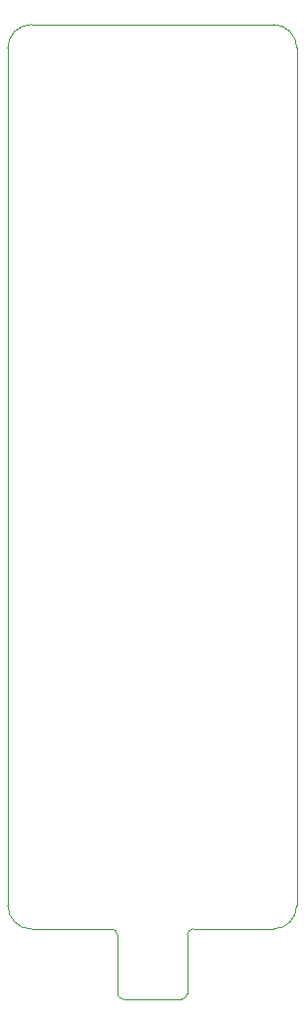
<source format=gbr>
%TF.GenerationSoftware,KiCad,Pcbnew,8.0.6-8.0.6-0~ubuntu22.04.1*%
%TF.CreationDate,2024-11-07T23:47:04-08:00*%
%TF.ProjectId,gbvideo_breakout,67627669-6465-46f5-9f62-7265616b6f75,rev?*%
%TF.SameCoordinates,Original*%
%TF.FileFunction,Profile,NP*%
%FSLAX46Y46*%
G04 Gerber Fmt 4.6, Leading zero omitted, Abs format (unit mm)*
G04 Created by KiCad (PCBNEW 8.0.6-8.0.6-0~ubuntu22.04.1) date 2024-11-07 23:47:04*
%MOMM*%
%LPD*%
G01*
G04 APERTURE LIST*
%TA.AperFunction,Profile*%
%ADD10C,0.100000*%
%TD*%
G04 APERTURE END LIST*
D10*
X157734000Y-120682000D02*
G75*
G02*
X155734000Y-122682000I-2000000J0D01*
G01*
X155734000Y-45212000D02*
G75*
G02*
X157734000Y-47212000I0J-2000000D01*
G01*
X132954000Y-47212000D02*
G75*
G02*
X134954000Y-45212000I2000000J0D01*
G01*
X134954000Y-122682000D02*
G75*
G02*
X132954000Y-120682000I0J2000000D01*
G01*
X134954000Y-45212000D02*
X155734000Y-45212000D01*
X134954000Y-122682000D02*
X141844000Y-122682000D01*
X157734000Y-120682000D02*
X157734000Y-47212000D01*
X148844000Y-122682000D02*
X155734000Y-122682000D01*
X142844000Y-128682000D02*
G75*
G02*
X142344000Y-128182000I0J500000D01*
G01*
X142844000Y-128682000D02*
X147844000Y-128682000D01*
X141844000Y-122682000D02*
G75*
G02*
X142344000Y-123182000I0J-500000D01*
G01*
X148344000Y-128182000D02*
X148344000Y-123182000D01*
X148344000Y-128182000D02*
G75*
G02*
X147844000Y-128682000I-500000J0D01*
G01*
X142344000Y-128182000D02*
X142344000Y-123182000D01*
X148344000Y-123182000D02*
G75*
G02*
X148844000Y-122682000I500000J0D01*
G01*
X132954000Y-120682000D02*
X132954000Y-47212000D01*
M02*

</source>
